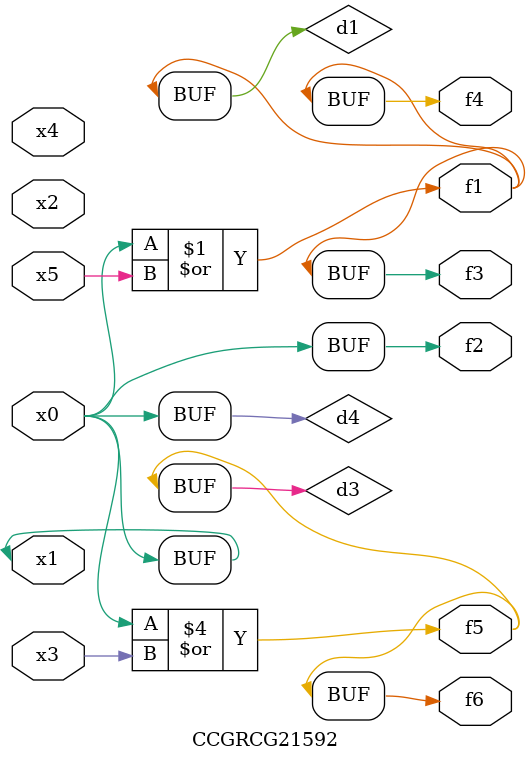
<source format=v>
module CCGRCG21592(
	input x0, x1, x2, x3, x4, x5,
	output f1, f2, f3, f4, f5, f6
);

	wire d1, d2, d3, d4;

	or (d1, x0, x5);
	xnor (d2, x1, x4);
	or (d3, x0, x3);
	buf (d4, x0, x1);
	assign f1 = d1;
	assign f2 = d4;
	assign f3 = d1;
	assign f4 = d1;
	assign f5 = d3;
	assign f6 = d3;
endmodule

</source>
